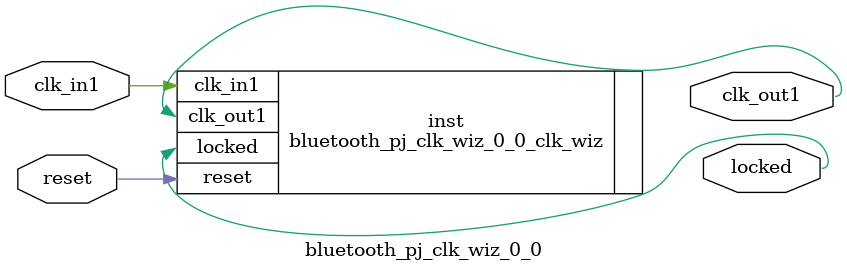
<source format=v>


`timescale 1ps/1ps

(* CORE_GENERATION_INFO = "bluetooth_pj_clk_wiz_0_0,clk_wiz_v6_0_4_0_0,{component_name=bluetooth_pj_clk_wiz_0_0,use_phase_alignment=true,use_min_o_jitter=false,use_max_i_jitter=false,use_dyn_phase_shift=false,use_inclk_switchover=false,use_dyn_reconfig=false,enable_axi=0,feedback_source=FDBK_AUTO,PRIMITIVE=MMCM,num_out_clk=1,clkin1_period=10.000,clkin2_period=10.000,use_power_down=false,use_reset=true,use_locked=true,use_inclk_stopped=false,feedback_type=SINGLE,CLOCK_MGR_TYPE=NA,manual_override=false}" *)

module bluetooth_pj_clk_wiz_0_0 
 (
  // Clock out ports
  output        clk_out1,
  // Status and control signals
  input         reset,
  output        locked,
 // Clock in ports
  input         clk_in1
 );

  bluetooth_pj_clk_wiz_0_0_clk_wiz inst
  (
  // Clock out ports  
  .clk_out1(clk_out1),
  // Status and control signals               
  .reset(reset), 
  .locked(locked),
 // Clock in ports
  .clk_in1(clk_in1)
  );

endmodule

</source>
